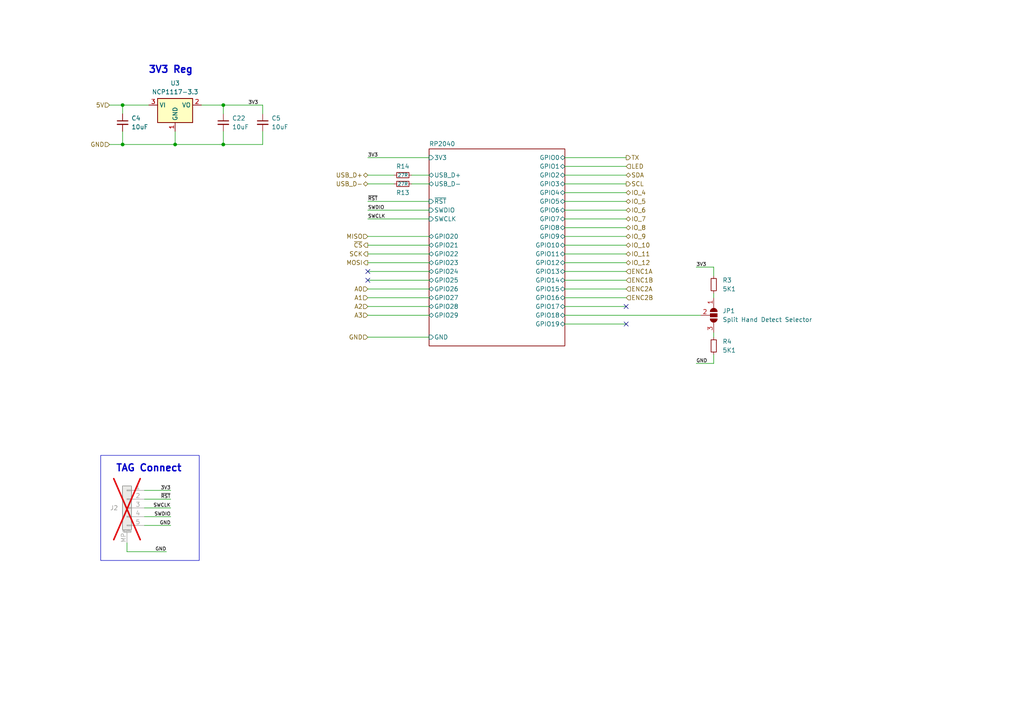
<source format=kicad_sch>
(kicad_sch (version 20250114) (generator "eeschema") (generator_version "9.0")
  (paper "A4")
  (title_block (title "${TITLE}") (date "2025-09-02") (rev "${REVISION}") (company "${COMPANY}") (comment 1 "${COMMENT1}"))
  (lib_symbols
    (symbol "Connector_Generic_MountingPin:Conn_01x05_MountingPin" (pin_names (offset 1.016) (hide yes))
      (property "Reference" "J" (at 0 7.62 0))
      (property "Value" "Conn_01x05_MountingPin" (at 1.27 -7.62 0))
      (symbol "Conn_01x05_MountingPin_1_1"
        (rectangle (start -1.27 6.35) (end 1.27 -6.35) (stroke (width 0.254)) (fill (type background)))
        (rectangle (start -1.27 5.207) (end 0 4.953) (stroke (width 0.1524)))
        (rectangle (start -1.27 2.667) (end 0 2.413) (stroke (width 0.1524)))
        (rectangle (start -1.27 0.127) (end 0 -0.127) (stroke (width 0.1524)))
        (rectangle (start -1.27 -2.413) (end 0 -2.667) (stroke (width 0.1524)))
        (rectangle (start -1.27 -4.953) (end 0 -5.207) (stroke (width 0.1524)))
        (polyline (pts (xy -1.016 -7.112) (xy 1.016 -7.112)) (stroke (width 0.1524)))
        (text "Mounting" (at 0 -6.731 0) (effects (font (size 0.381 0.381))))
        (pin passive line (at -5.08 5.08 0) (length 3.81) (name "Pin_1") (number "1"))
        (pin passive line (at -5.08 2.54 0) (length 3.81) (name "Pin_2") (number "2"))
        (pin passive line (at -5.08 0 0) (length 3.81) (name "Pin_3") (number "3"))
        (pin passive line (at -5.08 -2.54 0) (length 3.81) (name "Pin_4") (number "4"))
        (pin passive line (at -5.08 -5.08 0) (length 3.81) (name "Pin_5") (number "5"))
        (pin passive line (at 0 -10.16 90) (length 3.048) (name "MountPin") (number "MP"))
      )
    )
    (symbol "Device:C_Small" (pin_numbers (hide yes)) (pin_names (offset 0.254) (hide yes))
      (property "Reference" "C" (at 0.254 1.778 0))
      (property "Value" "C_Small" (at 0.254 -2.032 0))
      (symbol "C_Small_0_1"
        (polyline (pts (xy -1.524 0.508) (xy 1.524 0.508)) (stroke (width 0.3048)))
        (polyline (pts (xy -1.524 -0.508) (xy 1.524 -0.508)) (stroke (width 0.3302)))
      )
      (symbol "C_Small_1_1"
        (pin passive line (at 0 2.54 270) (length 2.032) (name "~") (number "1"))
        (pin passive line (at 0 -2.54 90) (length 2.032) (name "~") (number "2"))
      )
    )
    (symbol "Device:R_Small" (pin_numbers (hide yes)) (pin_names (offset 0.254) (hide yes))
      (property "Reference" "R" (at 0 0 90))
      (property "Value" "R_Small" (at 1.778 0 90))
      (symbol "R_Small_0_1"
        (rectangle (start -0.762 1.778) (end 0.762 -1.778) (stroke (width 0.2032)))
      )
      (symbol "R_Small_1_1"
        (pin passive line (at 0 2.54 270) (length 0.762) (name "~") (number "1"))
        (pin passive line (at 0 -2.54 90) (length 0.762) (name "~") (number "2"))
      )
    )
    (symbol "Jumper:SolderJumper_3_Open" (pin_names (offset 0) (hide yes)) (in_bom no)
      (property "Reference" "JP" (at -2.54 -2.54 0))
      (property "Value" "SolderJumper_3_Open" (at 0 2.794 0))
      (symbol "SolderJumper_3_Open_0_1"
        (polyline (pts (xy -2.54 0) (xy -2.032 0)))
        (polyline (pts (xy -1.016 1.016) (xy -1.016 -1.016)))
        (arc (start -1.016 -1.016) (mid -2.0276 0) (end -1.016 1.016))
        (arc (start -1.016 -1.016) (mid -2.0276 0) (end -1.016 1.016) (fill (type outline)))
        (rectangle (start -0.508 1.016) (end 0.508 -1.016) (fill (type outline)))
        (polyline (pts (xy 0 -1.27) (xy 0 -1.016)))
        (arc (start 1.016 1.016) (mid 2.0276 0) (end 1.016 -1.016))
        (arc (start 1.016 1.016) (mid 2.0276 0) (end 1.016 -1.016) (fill (type outline)))
        (polyline (pts (xy 1.016 1.016) (xy 1.016 -1.016)))
        (polyline (pts (xy 2.54 0) (xy 2.032 0)))
      )
      (symbol "SolderJumper_3_Open_1_1"
        (pin passive line (at -5.08 0 0) (length 2.54) (name "A") (number "1"))
        (pin passive line (at 0 -3.81 90) (length 2.54) (name "C") (number "2"))
        (pin passive line (at 5.08 0 180) (length 2.54) (name "B") (number "3"))
      )
    )
    (symbol "Regulator_Linear:NCP1117-3.3_SOT223"
      (property "Reference" "U" (at -3.81 3.175 0))
      (property "Value" "NCP1117-3.3_SOT223" (at 0 3.175 0))
      (symbol "NCP1117-3.3_SOT223_0_1"
        (rectangle (start -5.08 -5.08) (end 5.08 1.905) (stroke (width 0.254)) (fill (type background)))
      )
      (symbol "NCP1117-3.3_SOT223_1_1"
        (pin power_in line (at -7.62 0 0) (length 2.54) (name "VI") (number "3"))
        (pin power_in line (at 0 -7.62 90) (length 2.54) (name "GND") (number "1"))
        (pin power_out line (at 7.62 0 180) (length 2.54) (name "VO") (number "2"))
      )
    )
  )
  (rectangle (start 29.21 132.08) (end 57.785 162.56))
  (text "3V3 Reg" (at 49.53 20.32 0) (effects (font (size 2 2) (thickness 0.4) (bold yes))))
  (text "TAG Connect" (at 43.18 135.89 0) (effects (font (size 2 2) (thickness 0.4) (bold yes))))
  (junction (at 50.8 41.91) (diameter 0.9144))
  (junction (at 35.56 30.48))
  (junction (at 35.56 41.91))
  (junction (at 64.77 30.48))
  (junction (at 64.77 41.91))
  (no_connect (at 106.68 78.74))
  (no_connect (at 181.61 88.9))
  (no_connect (at 106.68 81.28))
  (no_connect (at 181.61 93.98))
  (wire (pts (xy 163.83 86.36) (xy 181.61 86.36)))
  (wire (pts (xy 124.46 76.2) (xy 106.68 76.2)))
  (wire (pts (xy 163.83 88.9) (xy 181.61 88.9)))
  (wire (pts (xy 106.68 50.8) (xy 114.3 50.8)))
  (wire (pts (xy 163.83 63.5) (xy 181.61 63.5)))
  (wire (pts (xy 163.83 93.98) (xy 181.61 93.98)))
  (wire (pts (xy 124.46 81.28) (xy 106.68 81.28)))
  (wire (pts (xy 163.83 48.26) (xy 181.61 48.26)))
  (wire (pts (xy 119.38 53.34) (xy 124.46 53.34)))
  (wire (pts (xy 35.56 38.1) (xy 35.56 41.91)))
  (wire (pts (xy 163.83 45.72) (xy 181.61 45.72)))
  (wire (pts (xy 106.68 68.58) (xy 124.46 68.58)))
  (wire (pts (xy 31.75 30.48) (xy 35.56 30.48)))
  (wire (pts (xy 106.68 45.72) (xy 124.46 45.72)))
  (wire (pts (xy 35.56 41.91) (xy 50.8 41.91)))
  (wire (pts (xy 31.75 41.91) (xy 35.56 41.91)))
  (wire (pts (xy 163.83 53.34) (xy 181.61 53.34)))
  (wire (pts (xy 163.83 50.8) (xy 181.61 50.8)))
  (wire (pts (xy 207.01 105.41) (xy 207.01 102.87)))
  (wire (pts (xy 124.46 83.82) (xy 106.68 83.82)))
  (wire (pts (xy 124.46 71.12) (xy 106.68 71.12)))
  (wire (pts (xy 163.83 73.66) (xy 181.61 73.66)))
  (wire (pts (xy 207.01 77.47) (xy 207.01 80.01)))
  (wire (pts (xy 41.91 149.86) (xy 49.53 149.86)))
  (wire (pts (xy 36.83 160.02) (xy 48.26 160.02)))
  (wire (pts (xy 76.2 33.02) (xy 76.2 30.48)))
  (wire (pts (xy 207.01 96.52) (xy 207.01 97.79)))
  (wire (pts (xy 163.83 66.04) (xy 181.61 66.04)))
  (wire (pts (xy 106.68 53.34) (xy 114.3 53.34)))
  (wire (pts (xy 76.2 38.1) (xy 76.2 41.91)))
  (wire (pts (xy 64.77 30.48) (xy 64.77 33.02)))
  (wire (pts (xy 163.83 60.96) (xy 181.61 60.96)))
  (wire (pts (xy 41.91 147.32) (xy 49.53 147.32)))
  (wire (pts (xy 163.83 58.42) (xy 181.61 58.42)))
  (wire (pts (xy 163.83 91.44) (xy 203.2 91.44)))
  (wire (pts (xy 163.83 71.12) (xy 181.61 71.12)))
  (wire (pts (xy 64.77 38.1) (xy 64.77 41.91)))
  (wire (pts (xy 58.42 30.48) (xy 64.77 30.48)))
  (wire (pts (xy 124.46 88.9) (xy 106.68 88.9)))
  (wire (pts (xy 201.93 77.47) (xy 207.01 77.47)))
  (wire (pts (xy 124.46 78.74) (xy 106.68 78.74)))
  (wire (pts (xy 207.01 85.09) (xy 207.01 86.36)))
  (wire (pts (xy 124.46 73.66) (xy 106.68 73.66)))
  (wire (pts (xy 49.53 142.24) (xy 41.91 142.24)))
  (wire (pts (xy 106.68 60.96) (xy 124.46 60.96)))
  (wire (pts (xy 163.83 55.88) (xy 181.61 55.88)))
  (wire (pts (xy 41.91 152.4) (xy 49.53 152.4)))
  (wire (pts (xy 106.68 58.42) (xy 124.46 58.42)))
  (wire (pts (xy 35.56 30.48) (xy 35.56 33.02)))
  (wire (pts (xy 163.83 83.82) (xy 181.61 83.82)))
  (wire (pts (xy 163.83 78.74) (xy 181.61 78.74)))
  (wire (pts (xy 106.68 97.79) (xy 124.46 97.79)))
  (wire (pts (xy 50.8 41.91) (xy 64.77 41.91)))
  (wire (pts (xy 50.8 38.1) (xy 50.8 41.91)))
  (wire (pts (xy 163.83 81.28) (xy 181.61 81.28)))
  (wire (pts (xy 35.56 30.48) (xy 43.18 30.48)))
  (wire (pts (xy 119.38 50.8) (xy 124.46 50.8)))
  (wire (pts (xy 41.91 144.78) (xy 49.53 144.78)))
  (wire (pts (xy 201.93 105.41) (xy 207.01 105.41)))
  (wire (pts (xy 163.83 76.2) (xy 181.61 76.2)))
  (wire (pts (xy 64.77 30.48) (xy 76.2 30.48)))
  (wire (pts (xy 106.68 63.5) (xy 124.46 63.5)))
  (wire (pts (xy 124.46 86.36) (xy 106.68 86.36)))
  (wire (pts (xy 163.83 68.58) (xy 181.61 68.58)))
  (wire (pts (xy 36.83 160.02) (xy 36.83 157.48)))
  (wire (pts (xy 64.77 41.91) (xy 76.2 41.91)))
  (wire (pts (xy 124.46 91.44) (xy 106.68 91.44)))
  (label "GND" (at 48.26 160.02 180) (effects (font (size 1 1))))
  (label "SWDIO" (at 49.53 149.86 180) (effects (font (size 1 1))))
  (label "~{RST}" (at 106.68 58.42 0) (effects (font (size 1 1))))
  (label "3V3" (at 201.93 77.47 0) (effects (font (size 1 1))))
  (label "~{RST}" (at 49.53 144.78 180) (effects (font (size 1 1))))
  (label "GND" (at 201.93 105.41 0) (effects (font (size 1 1))))
  (label "SWCLK" (at 106.68 63.5 0) (effects (font (size 1 1))))
  (label "3V3" (at 106.68 45.72 0) (effects (font (size 1 1))))
  (label "SWDIO" (at 106.68 60.96 0) (effects (font (size 1 1))))
  (label "3V3" (at 49.53 142.24 180) (effects (font (size 1 1))))
  (label "GND" (at 49.53 152.4 180) (effects (font (size 1 1))))
  (label "3V3" (at 74.93 30.48 180) (effects (font (size 1 1))))
  (label "SWCLK" (at 49.53 147.32 180) (effects (font (size 1 1))))
  (hierarchical_label "IO_10" (shape bidirectional) (at 181.61 71.12 0))
  (hierarchical_label "IO_6" (shape bidirectional) (at 181.61 60.96 0))
  (hierarchical_label "IO_9" (shape bidirectional) (at 181.61 68.58 0))
  (hierarchical_label "ENC2B" (shape input) (at 181.61 86.36 0))
  (hierarchical_label "MISO" (shape input) (at 106.68 68.58 180))
  (hierarchical_label "USB_D+" (shape bidirectional) (at 106.68 50.8 180))
  (hierarchical_label "SCK" (shape output) (at 106.68 73.66 180))
  (hierarchical_label "A0" (shape input) (at 106.68 83.82 180))
  (hierarchical_label "A3" (shape input) (at 106.68 91.44 180))
  (hierarchical_label "ENC1A" (shape input) (at 181.61 78.74 0))
  (hierarchical_label "~{CS}" (shape output) (at 106.68 71.12 180))
  (hierarchical_label "5V" (shape input) (at 31.75 30.48 180))
  (hierarchical_label "TX" (shape output) (at 181.61 45.72 0))
  (hierarchical_label "MOSI" (shape output) (at 106.68 76.2 180))
  (hierarchical_label "ENC2A" (shape input) (at 181.61 83.82 0))
  (hierarchical_label "SCL" (shape output) (at 181.61 53.34 0))
  (hierarchical_label "SDA" (shape bidirectional) (at 181.61 50.8 0))
  (hierarchical_label "IO_11" (shape bidirectional) (at 181.61 73.66 0))
  (hierarchical_label "ENC1B" (shape input) (at 181.61 81.28 0))
  (hierarchical_label "IO_12" (shape bidirectional) (at 181.61 76.2 0))
  (hierarchical_label "IO_8" (shape bidirectional) (at 181.61 66.04 0))
  (hierarchical_label "LED" (shape input) (at 181.61 48.26 0))
  (hierarchical_label "A1" (shape input) (at 106.68 86.36 180))
  (hierarchical_label "GND" (shape input) (at 106.68 97.79 180))
  (hierarchical_label "A2" (shape input) (at 106.68 88.9 180))
  (hierarchical_label "USB_D-" (shape bidirectional) (at 106.68 53.34 180))
  (hierarchical_label "IO_7" (shape bidirectional) (at 181.61 63.5 0))
  (hierarchical_label "IO_4" (shape bidirectional) (at 181.61 55.88 0))
  (hierarchical_label "IO_5" (shape bidirectional) (at 181.61 58.42 0))
  (hierarchical_label "GND" (shape input) (at 31.75 41.91 180))
  (symbol (lib_id "Device:R_Small") (at 116.84 50.8 90) (mirror x) (unit 1)
    (property "Reference" "R14" (at 116.84 48.26 90))
    (property "Value" "27R" (at 116.84 50.8 90) (effects (font (size 1 1))))
    (property "Footprint" "Resistor_SMD:R_0603_1608Metric" (effects (hide yes)))
    (property "Datasheet" "https://www.yageo.com/upload/media/product/products/datasheet/rchip/PYu-RC_Group_51_RoHS_L_12.pdf" (effects (hide yes)))
    (property "Description" "27 Ohms ±1% 0.1W, 1/10W Chip Resistor 0603 (1608 Metric) Moisture Resistant Thick Film" (effects (hide yes)))
    (property "MPN" "RC0603FR-0727RL" (effects (hide yes)))
    (property "Manufacturer" "YAGEO" (effects (hide yes)))
    (property "Price" "$0.10 " (effects (hide yes)))
    (property "Rating" "RES 27 OHM 1%  1/16W 0603" (effects (hide yes)))
    (property "Supplier" "Digikey" (effects (hide yes)))
    (property "LCSC" "C138021" (effects (hide yes)))
    (property "digikey" "311-27.0HRCT-ND" (effects (hide yes)))
    (property "mouser" "603-RC0603FR-0727RL" (effects (hide yes)))
  )
  (symbol (lib_id "Device:C_Small") (at 76.2 35.56 0) (mirror y) (unit 1)
    (property "Reference" "C5" (at 78.74 34.2962 0) (effects (justify right)))
    (property "Value" "10uF" (at 78.74 36.8362 0) (effects (justify right)))
    (property "Footprint" "Capacitor_SMD:C_0805_2012Metric" (effects (hide yes)))
    (property "Datasheet" "https://www.yageo.com/upload/media/product/app/datasheet/mlcc/upy-gphc_x5r_4v-to-50v.pdf" (effects (hide yes)))
    (property "Description" "10 µF ±10% 25V Ceramic Capacitor X5R 0805 (2012 Metric)" (effects (hide yes)))
    (property "MPN" "CC0805KKX5R8BB106" (effects (hide yes)))
    (property "Manufacturer" "YAGEO" (effects (hide yes)))
    (property "Price" "$0.47" (effects (hide yes)))
    (property "Rating" "CAP CER 10UF 25V X5R 0805" (effects (hide yes)))
    (property "Supplier" "Digikey" (effects (hide yes)))
    (property "LCSC" "C2932476" (effects (hide yes)))
    (property "digikey" "311-1869-1-ND" (effects (hide yes)))
    (property "mouser" "603-CC805KKX5R8BB106" (effects (hide yes)))
  )
  (symbol (lib_id "Connector_Generic_MountingPin:Conn_01x05_MountingPin") (at 36.83 147.32 0) (mirror y) (unit 1) (dnp yes)
    (property "Reference" "J2" (at 34.29 147.3199 0) (effects (justify left)))
    (property "Value" "Conn_ARM_SWD_TagConnect_TC2030-NL" (effects (hide yes)))
    (property "Footprint" "Connector_JST:JST_SHL_SM05B-SHLS-TF_1x05-1MP_P1.00mm_Horizontal" (effects (hide yes)))
    (property "Description" "Generic connectable mounting pin connector, single row, 01x05, script generated (kicad-library-utils/schlib/autogen/connector/)" (effects (hide yes)))
  )
  (symbol (lib_id "Device:R_Small") (at 116.84 53.34 90) (mirror x) (unit 1)
    (property "Reference" "R13" (at 116.84 55.88 90))
    (property "Value" "27R" (at 116.84 53.34 90) (effects (font (size 1 1))))
    (property "Footprint" "Resistor_SMD:R_0603_1608Metric" (effects (hide yes)))
    (property "Datasheet" "https://www.yageo.com/upload/media/product/products/datasheet/rchip/PYu-RC_Group_51_RoHS_L_12.pdf" (effects (hide yes)))
    (property "Description" "27 Ohms ±1% 0.1W, 1/10W Chip Resistor 0603 (1608 Metric) Moisture Resistant Thick Film" (effects (hide yes)))
    (property "MPN" "RC0603FR-0727RL" (effects (hide yes)))
    (property "Manufacturer" "YAGEO" (effects (hide yes)))
    (property "Price" "$0.10 " (effects (hide yes)))
    (property "Rating" "RES 27 OHM 1%  1/16W 0603" (effects (hide yes)))
    (property "Supplier" "Digikey" (effects (hide yes)))
    (property "LCSC" "C138021" (effects (hide yes)))
    (property "digikey" "311-27.0HRCT-ND" (effects (hide yes)))
    (property "mouser" "603-RC0603FR-0727RL" (effects (hide yes)))
  )
  (symbol (lib_id "Jumper:SolderJumper_3_Open") (at 207.01 91.44 270) (unit 1) (in_bom no)
    (property "Reference" "JP1" (at 209.55 90.1699 90) (effects (justify left)))
    (property "Value" "Split Hand Detect Selector" (at 209.55 92.7099 90) (effects (justify left)))
    (property "Footprint" "Jumper:SolderJumper-3_P1.3mm_Bridged12_RoundedPad1.0x1.5mm" (effects (hide yes)))
    (property "Description" "Solder Jumper, 3-pole, open" (effects (hide yes)))
  )
  (symbol (lib_id "Device:R_Small") (at 207.01 100.33 0) (unit 1)
    (property "Reference" "R4" (at 209.55 99.0599 0) (effects (justify left)))
    (property "Value" "5K1" (at 209.55 101.5999 0) (effects (justify left)))
    (property "Footprint" "Resistor_SMD:R_0603_1608Metric" (effects (hide yes)))
    (property "Datasheet" "https://www.yageo.com/upload/media/product/products/datasheet/rchip/PYu-RC_Group_51_RoHS_L_12.pdf" (effects (hide yes)))
    (property "Description" "5.1 kOhms ±1% 0.1W, 1/10W Chip Resistor 0603 (1608 Metric) Moisture Resistant Thick Film" (effects (hide yes)))
    (property "Manufacturer" "YAGEO" (effects (hide yes)))
    (property "MPN" "RC0603FR-075K1L" (effects (hide yes)))
    (property "Price" "$0.10 " (effects (hide yes)))
    (property "Rating" "RES 5.1K OHM 1% 1/10W 0603" (effects (hide yes)))
    (property "Supplier" "Digikey" (effects (hide yes)))
    (property "LCSC" "C105872" (effects (hide yes)))
    (property "digikey" "311-5.10KHRCT-ND" (effects (hide yes)))
    (property "mouser" "603-RC0603FR-075K1L" (effects (hide yes)))
  )
  (symbol (lib_id "Device:C_Small") (at 64.77 35.56 0) (mirror y) (unit 1)
    (property "Reference" "C22" (at 67.31 34.2962 0) (effects (justify right)))
    (property "Value" "10uF" (at 67.31 36.8362 0) (effects (justify right)))
    (property "Footprint" "Capacitor_SMD:C_0805_2012Metric" (effects (hide yes)))
    (property "Datasheet" "https://www.yageo.com/upload/media/product/app/datasheet/mlcc/upy-gphc_x5r_4v-to-50v.pdf" (effects (hide yes)))
    (property "Description" "10 µF ±10% 25V Ceramic Capacitor X5R 0805 (2012 Metric)" (effects (hide yes)))
    (property "MPN" "CC0805KKX5R8BB106" (effects (hide yes)))
    (property "Manufacturer" "YAGEO" (effects (hide yes)))
    (property "Price" "$0.47" (effects (hide yes)))
    (property "Rating" "CAP CER 10UF 25V X5R 0805" (effects (hide yes)))
    (property "Supplier" "Digikey" (effects (hide yes)))
    (property "LCSC" "C2932476" (effects (hide yes)))
    (property "digikey" "311-1869-1-ND" (effects (hide yes)))
    (property "mouser" "603-CC805KKX5R8BB106" (effects (hide yes)))
  )
  (symbol (lib_id "Device:C_Small") (at 35.56 35.56 0) (mirror y) (unit 1)
    (property "Reference" "C4" (at 38.1 34.2962 0) (effects (justify right)))
    (property "Value" "10uF" (at 38.1 36.8362 0) (effects (justify right)))
    (property "Footprint" "Capacitor_SMD:C_0805_2012Metric" (effects (hide yes)))
    (property "Datasheet" "https://www.yageo.com/upload/media/product/app/datasheet/mlcc/upy-gphc_x5r_4v-to-50v.pdf" (effects (hide yes)))
    (property "Description" "10 µF ±10% 25V Ceramic Capacitor X5R 0805 (2012 Metric)" (effects (hide yes)))
    (property "MPN" "CC0805KKX5R8BB106" (effects (hide yes)))
    (property "Manufacturer" "YAGEO" (effects (hide yes)))
    (property "Price" "$0.47" (effects (hide yes)))
    (property "Rating" "CAP CER 10UF 25V X5R 0805" (effects (hide yes)))
    (property "Supplier" "Digikey" (effects (hide yes)))
    (property "LCSC" "C2932476" (effects (hide yes)))
    (property "digikey" "311-1869-1-ND" (effects (hide yes)))
    (property "mouser" "603-CC805KKX5R8BB106" (effects (hide yes)))
  )
  (symbol (lib_id "Device:R_Small") (at 207.01 82.55 0) (unit 1)
    (property "Reference" "R3" (at 209.55 81.2799 0) (effects (justify left)))
    (property "Value" "5K1" (at 209.55 83.8199 0) (effects (justify left)))
    (property "Footprint" "Resistor_SMD:R_0603_1608Metric" (effects (hide yes)))
    (property "Datasheet" "https://www.yageo.com/upload/media/product/products/datasheet/rchip/PYu-RC_Group_51_RoHS_L_12.pdf" (effects (hide yes)))
    (property "Description" "5.1 kOhms ±1% 0.1W, 1/10W Chip Resistor 0603 (1608 Metric) Moisture Resistant Thick Film" (effects (hide yes)))
    (property "Manufacturer" "YAGEO" (effects (hide yes)))
    (property "MPN" "RC0603FR-075K1L" (effects (hide yes)))
    (property "Price" "$0.10 " (effects (hide yes)))
    (property "Rating" "RES 5.1K OHM 1% 1/10W 0603" (effects (hide yes)))
    (property "Supplier" "Digikey" (effects (hide yes)))
    (property "LCSC" "C105872" (effects (hide yes)))
    (property "digikey" "311-5.10KHRCT-ND" (effects (hide yes)))
    (property "mouser" "603-RC0603FR-075K1L" (effects (hide yes)))
  )
  (symbol (lib_id "Regulator_Linear:NCP1117-3.3_SOT223") (at 50.8 30.48 0) (unit 1)
    (property "Reference" "U3" (at 50.8 24.13 0))
    (property "Value" "NCP1117-3.3" (at 50.8 26.67 0))
    (property "Footprint" "Package_TO_SOT_SMD:SOT-223-3_TabPin2" (effects (hide yes)))
    (property "Datasheet" "http://www.onsemi.com/pub_link/Collateral/NCP1117-D.PDF" (effects (hide yes)))
    (property "Description" "1A Low drop-out regulator, Fixed Output 3.3V, SOT-223" (effects (hide yes)))
    (property "Price" "$0.74" (effects (hide yes)))
    (property "Rating" "IC REG LINEAR POS ADJ 1A SOT223" (effects (hide yes)))
    (property "Supplier" "Digikey" (effects (hide yes)))
    (property "Manufacturer" "onsemi" (effects (hide yes)))
    (property "MPN" "NCP1117LPST33T3G" (effects (hide yes)))
    (property "LCSC" "C146799" (effects (hide yes)))
    (property "digikey" "NCP1117LPST33T3GOSCT-ND" (effects (hide yes)))
    (property "mouser" "863-NCP1117LPST33T3G" (effects (hide yes)))
  )
  (sheet (at 124.46 43.18) (size 39.37 57.15) (stroke (width 0.1524))
    (property "Sheetname" "RP2040" (at 124.46 42.4684 0) (effects (justify left bottom)))
    (property "Sheetfile" "MCU_RP2040.kicad_sch" (effects (hide yes)))
    (pin "GND" input (at 124.46 97.79 180))
    (pin "GPIO15" bidirectional (at 163.83 83.82 0))
    (pin "GPIO14" bidirectional (at 163.83 81.28 0))
    (pin "GPIO16" bidirectional (at 163.83 86.36 0))
    (pin "GPIO17" bidirectional (at 163.83 88.9 0))
    (pin "GPIO27" bidirectional (at 124.46 86.36 180))
    (pin "GPIO26" bidirectional (at 124.46 83.82 180))
    (pin "GPIO25" bidirectional (at 124.46 81.28 180))
    (pin "GPIO29" bidirectional (at 124.46 91.44 180))
    (pin "GPIO24" bidirectional (at 124.46 78.74 180))
    (pin "GPIO28" bidirectional (at 124.46 88.9 180))
    (pin "GPIO19" bidirectional (at 163.83 93.98 0))
    (pin "GPIO23" bidirectional (at 124.46 76.2 180))
    (pin "GPIO18" bidirectional (at 163.83 91.44 0))
    (pin "GPIO20" bidirectional (at 124.46 68.58 180))
    (pin "GPIO21" bidirectional (at 124.46 71.12 180))
    (pin "GPIO22" bidirectional (at 124.46 73.66 180))
    (pin "GPIO10" bidirectional (at 163.83 71.12 0))
    (pin "GPIO12" bidirectional (at 163.83 76.2 0))
    (pin "GPIO13" bidirectional (at 163.83 78.74 0))
    (pin "GPIO9" bidirectional (at 163.83 68.58 0))
    (pin "GPIO11" bidirectional (at 163.83 73.66 0))
    (pin "GPIO7" bidirectional (at 163.83 63.5 0))
    (pin "GPIO8" bidirectional (at 163.83 66.04 0))
    (pin "GPIO6" bidirectional (at 163.83 60.96 0))
    (pin "GPIO4" bidirectional (at 163.83 55.88 0))
    (pin "GPIO3" bidirectional (at 163.83 53.34 0))
    (pin "GPIO5" bidirectional (at 163.83 58.42 0))
    (pin "GPIO1" bidirectional (at 163.83 48.26 0))
    (pin "GPIO0" bidirectional (at 163.83 45.72 0))
    (pin "GPIO2" bidirectional (at 163.83 50.8 0))
    (pin "USB_D+" bidirectional (at 124.46 50.8 180))
    (pin "USB_D-" bidirectional (at 124.46 53.34 180))
    (pin "3V3" input (at 124.46 45.72 180))
    (pin "SWDIO" input (at 124.46 60.96 180))
    (pin "SWCLK" input (at 124.46 63.5 180))
    (pin "~{RST}" input (at 124.46 58.42 180))
  )
)
</source>
